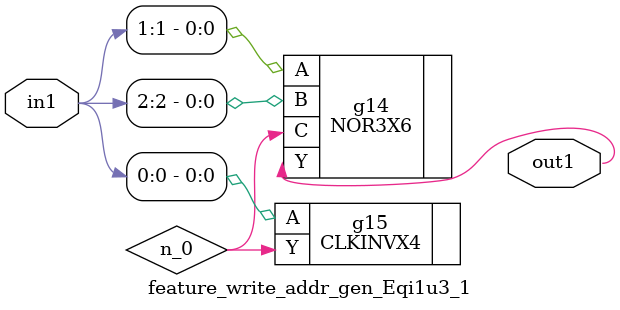
<source format=v>
`timescale 1ps / 1ps


module feature_write_addr_gen_Eqi1u3_1(in1, out1);
  input [2:0] in1;
  output out1;
  wire [2:0] in1;
  wire out1;
  wire n_0;
  NOR3X6 g14(.A (in1[1]), .B (in1[2]), .C (n_0), .Y (out1));
  CLKINVX4 g15(.A (in1[0]), .Y (n_0));
endmodule



</source>
